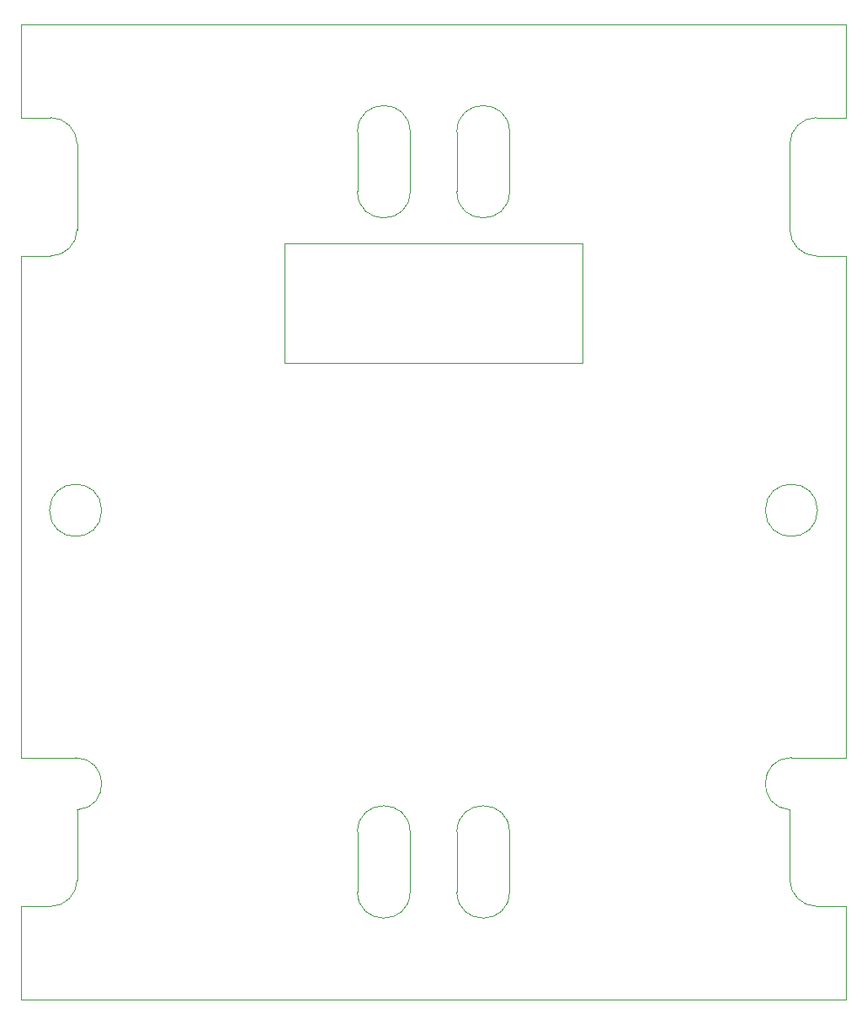
<source format=gbr>
%TF.GenerationSoftware,KiCad,Pcbnew,(5.1.10)-1*%
%TF.CreationDate,2022-06-07T20:30:13-07:00*%
%TF.ProjectId,solar-panel-WithCutout,736f6c61-722d-4706-916e-656c2d576974,1.1*%
%TF.SameCoordinates,Original*%
%TF.FileFunction,Profile,NP*%
%FSLAX46Y46*%
G04 Gerber Fmt 4.6, Leading zero omitted, Abs format (unit mm)*
G04 Created by KiCad (PCBNEW (5.1.10)-1) date 2022-06-07 20:30:13*
%MOMM*%
%LPD*%
G01*
G04 APERTURE LIST*
%TA.AperFunction,Profile*%
%ADD10C,0.050000*%
%TD*%
G04 APERTURE END LIST*
D10*
X180000000Y-59100000D02*
G75*
G03*
X177350000Y-61750000I0J-2650000D01*
G01*
X180000000Y-59100000D02*
X183000000Y-59100000D01*
X177350000Y-70350000D02*
G75*
G03*
X180000000Y-73000000I2650000J0D01*
G01*
X177350000Y-70350000D02*
X177350000Y-61750000D01*
X180000000Y-73000000D02*
X183000000Y-73000000D01*
X183000000Y-59100000D02*
X183000000Y-49750000D01*
X183000000Y-123435004D02*
X183000000Y-73000000D01*
X183000000Y-147750000D02*
X183000000Y-138380004D01*
X100000000Y-138400000D02*
X100000000Y-147750000D01*
X100000000Y-73000000D02*
X100000000Y-123455000D01*
X100000000Y-49750000D02*
X100000000Y-59100000D01*
X177500000Y-123435004D02*
X183000000Y-123435004D01*
X180000000Y-138380004D02*
G75*
G02*
X177350000Y-135730004I0J2650000D01*
G01*
X180000000Y-138380004D02*
X183000000Y-138380004D01*
X177350000Y-128680004D02*
X177350000Y-135730004D01*
X177499999Y-123435715D02*
G75*
G03*
X177350001Y-128680003I1J-2624289D01*
G01*
X105500001Y-123455711D02*
G75*
G02*
X105649999Y-128699999I-1J-2624289D01*
G01*
X105500000Y-123455000D02*
X100000000Y-123455000D01*
X103000000Y-138400000D02*
G75*
G03*
X105650000Y-135750000I0J2650000D01*
G01*
X105650000Y-128700000D02*
X105650000Y-135750000D01*
X103000000Y-138400000D02*
X100000000Y-138400000D01*
X103000000Y-73000000D02*
X100000000Y-73000000D01*
X105650000Y-70350000D02*
X105650000Y-61750000D01*
X105650000Y-70350000D02*
G75*
G02*
X103000000Y-73000000I-2650000J0D01*
G01*
X103000000Y-59100000D02*
X100000000Y-59100000D01*
X103000000Y-59100000D02*
G75*
G02*
X105650000Y-61750000I0J-2650000D01*
G01*
X126500000Y-83750000D02*
X126500000Y-71750000D01*
X156500000Y-83750000D02*
X126500000Y-83750000D01*
X156500000Y-71750000D02*
X156500000Y-83750000D01*
X126500000Y-71750000D02*
X156500000Y-71750000D01*
X149150000Y-136930000D02*
G75*
G02*
X143850000Y-136930000I-2650000J0D01*
G01*
X143850000Y-130930000D02*
G75*
G02*
X149150000Y-130930000I2650000J0D01*
G01*
X139150000Y-136930000D02*
G75*
G02*
X133850000Y-136930000I-2650000J0D01*
G01*
X133850000Y-130930000D02*
G75*
G02*
X139150000Y-130930000I2650000J0D01*
G01*
X149150000Y-66530000D02*
G75*
G02*
X143850000Y-66530000I-2650000J0D01*
G01*
X143850000Y-60530000D02*
G75*
G02*
X149150000Y-60530000I2650000J0D01*
G01*
X139150000Y-66530000D02*
G75*
G02*
X133850000Y-66530000I-2650000J0D01*
G01*
X133850000Y-60530000D02*
G75*
G02*
X139150000Y-60530000I2650000J0D01*
G01*
X149150000Y-136930000D02*
X149150000Y-130930000D01*
X143850000Y-130930000D02*
X143850000Y-136930000D01*
X139150000Y-136930000D02*
X139150000Y-130930000D01*
X133850000Y-130930000D02*
X133850000Y-136930000D01*
X149150000Y-60530000D02*
X149150000Y-66530000D01*
X143850000Y-60530000D02*
X143850000Y-66530000D01*
X139150000Y-60530000D02*
X139150000Y-66530000D01*
X133850000Y-66530000D02*
X133850000Y-60530000D01*
X180125000Y-98580000D02*
G75*
G03*
X180125000Y-98580000I-2625000J0D01*
G01*
X108125000Y-98580000D02*
G75*
G03*
X108125000Y-98580000I-2625000J0D01*
G01*
X183000000Y-49750000D02*
X100000000Y-49750000D01*
X100000000Y-147750000D02*
X183000000Y-147750000D01*
M02*

</source>
